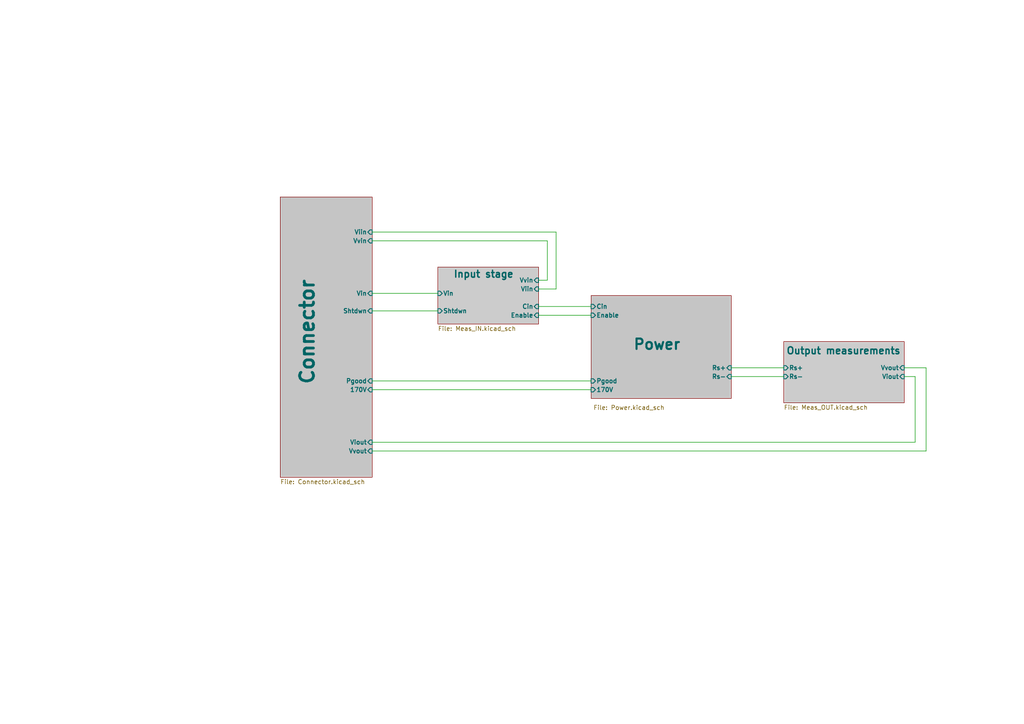
<source format=kicad_sch>
(kicad_sch (version 20230121) (generator eeschema)
  (paper "A4")
  (lib_symbols)
  (wire (pts (xy 262.255 109.22) (xy 265.43 109.22)))
  (wire (pts (xy 265.43 128.27) (xy 107.95 128.27)))
  (wire (pts (xy 161.29 83.82) (xy 161.29 67.31)))
  (wire (pts (xy 156.21 83.82) (xy 161.29 83.82)))
  (wire (pts (xy 158.75 69.85) (xy 107.95 69.85)))
  (wire (pts (xy 262.255 106.68) (xy 268.605 106.68)))
  (wire (pts (xy 107.95 90.17) (xy 127 90.17)))
  (wire (pts (xy 156.21 81.28) (xy 158.75 81.28)))
  (wire (pts (xy 161.29 67.31) (xy 107.95 67.31)))
  (wire (pts (xy 107.95 85.09) (xy 127 85.09)))
  (wire (pts (xy 268.605 130.81) (xy 107.95 130.81)))
  (wire (pts (xy 212.09 106.68) (xy 227.33 106.68)))
  (wire (pts (xy 156.21 91.44) (xy 171.45 91.44)))
  (wire (pts (xy 107.95 113.03) (xy 171.45 113.03)))
  (wire (pts (xy 158.75 81.28) (xy 158.75 69.85)))
  (wire (pts (xy 212.09 109.22) (xy 227.33 109.22)))
  (wire (pts (xy 156.21 88.9) (xy 171.45 88.9)))
  (wire (pts (xy 265.43 109.22) (xy 265.43 128.27)))
  (wire (pts (xy 107.95 110.49) (xy 171.45 110.49)))
  (wire (pts (xy 268.605 106.68) (xy 268.605 130.81)))
  (sheet (at 81.28 57.15) (size 26.67 81.28) (stroke (width 0.1524)) (fill (color 197 197 197 1.0000))
    (property "Sheetname" "Connector" (at 91.44 111.76 90) (effects (font (size 4 4) bold) (justify left bottom)))
    (property "Sheetfile" "Connector.kicad_sch" (at 81.28 139.0146 0) (effects (justify left top)))
    (pin "Vin" input (at 107.95 85.09 0) (effects (font (thickness 0.254) bold)))
    (pin "Pgood" input (at 107.95 110.49 0) (effects (font (thickness 0.254) bold)))
    (pin "Shtdwn" input (at 107.95 90.17 0) (effects (font (thickness 0.254) bold)))
    (pin "170V" input (at 107.95 113.03 0) (effects (font (thickness 0.254) bold)))
    (pin "Vvin" input (at 107.95 69.85 0) (effects (font (thickness 0.254) bold)))
    (pin "Viin" input (at 107.95 67.31 0) (effects (font (thickness 0.254) bold)))
    (pin "Vvout" input (at 107.95 130.81 0) (effects (font (thickness 0.254) bold)))
    (pin "Viout" input (at 107.95 128.27 0) (effects (font (thickness 0.254) bold)))
  )
  (sheet (at 227.33 99.06) (size 34.925 17.78) (stroke (width 0.1524)) (fill (color 204 204 204 1.0000))
    (property "Sheetname" "Output measurements" (at 227.965 102.87 0) (effects (font (size 2 2) bold) (justify left bottom)))
    (property "Sheetfile" "Meas_OUT.kicad_sch" (at 227.33 117.4246 0) (effects (justify left top)))
    (pin "Vvout" input (at 262.255 106.68 0) (effects (font (thickness 0.254) bold)))
    (pin "Viout" input (at 262.255 109.22 0) (effects (font (thickness 0.254) bold)))
    (pin "Rs-" input (at 227.33 109.22 180) (effects (font (thickness 0.254) bold)))
    (pin "Rs+" input (at 227.33 106.68 180) (effects (font (thickness 0.254) bold)))
  )
  (sheet (at 127 77.47) (size 29.21 16.51) (stroke (width 0.1524)) (fill (color 204 204 204 1.0000))
    (property "Sheetname" "Input stage" (at 131.445 80.645 0) (effects (font (size 2 2) bold) (justify left bottom)))
    (property "Sheetfile" "Meas_IN.kicad_sch" (at 127 94.5646 0) (effects (justify left top)))
    (pin "Vvin" input (at 156.21 81.28 0) (effects (font (thickness 0.254) bold)))
    (pin "Viin" input (at 156.21 83.82 0) (effects (font (thickness 0.254) bold)))
    (pin "Vin" input (at 127 85.09 180) (effects (font (thickness 0.254) bold)))
    (pin "Cin" input (at 156.21 88.9 0) (effects (font (thickness 0.254) bold)))
    (pin "Enable" input (at 156.21 91.44 0) (effects (font (thickness 0.254) bold)))
    (pin "Shtdwn" input (at 127 90.17 180) (effects (font (thickness 0.254) bold)))
  )
  (sheet (at 171.45 85.725) (size 40.64 29.845) (stroke (width 0.1524)) (fill (color 197 197 197 1.0000))
    (property "Sheetname" "Power " (at 183.515 101.6 0) (effects (font (size 3 3) bold) (justify left bottom)))
    (property "Sheetfile" "Power.kicad_sch" (at 172.085 117.475 0) (effects (justify left top)))
    (pin "Rs+" input (at 212.09 106.68 0) (effects (font (thickness 0.254) bold)))
    (pin "Rs-" input (at 212.09 109.22 0) (effects (font (thickness 0.254) bold)))
    (pin "Pgood" input (at 171.45 110.49 180) (effects (font (thickness 0.254) bold)))
    (pin "170V" input (at 171.45 113.03 180) (effects (font (thickness 0.254) bold)))
    (pin "Cin" input (at 171.45 88.9 180) (effects (font (thickness 0.254) bold)))
    (pin "Enable" input (at 171.45 91.44 180) (effects (font (thickness 0.254) bold)))
  )
)
</source>
